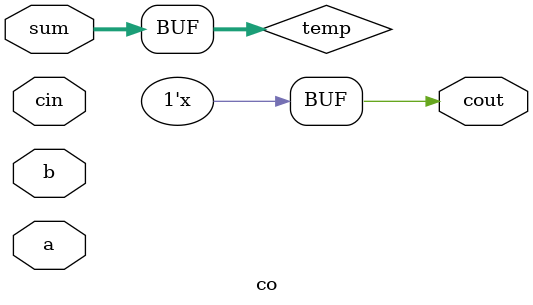
<source format=sv>
module co (a,b,cin,sum,cout);
  input [7:0]a,b;
  input [7:0]sum;
  output cout;
   input cin;
  wire [7:0]temp;
  assign temp = a+b+cin;
  assign sum = temp[7:0];
  assign cout = temp[8];
endmodule 

</source>
